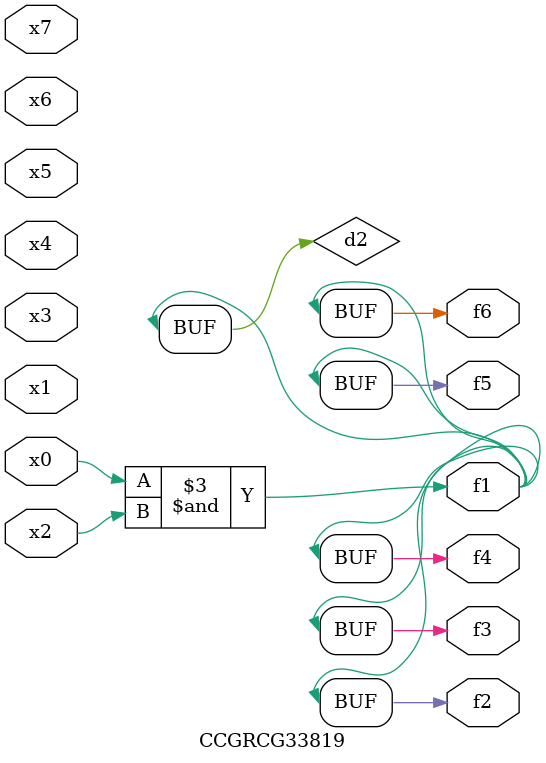
<source format=v>
module CCGRCG33819(
	input x0, x1, x2, x3, x4, x5, x6, x7,
	output f1, f2, f3, f4, f5, f6
);

	wire d1, d2;

	nor (d1, x3, x6);
	and (d2, x0, x2);
	assign f1 = d2;
	assign f2 = d2;
	assign f3 = d2;
	assign f4 = d2;
	assign f5 = d2;
	assign f6 = d2;
endmodule

</source>
